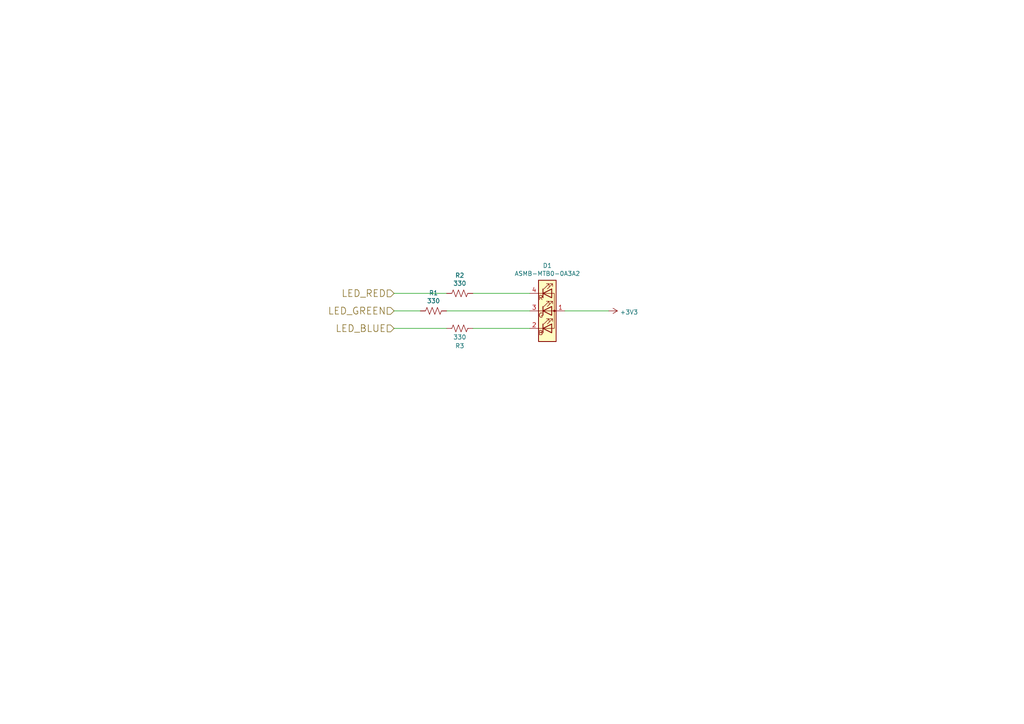
<source format=kicad_sch>
(kicad_sch (version 20211123) (generator eeschema)
  (paper "A4")
  (lib_symbols
    (symbol "Device:R_US" (pin_numbers hide) (pin_names (offset 0))
      (property "Reference" "R" (at 2.54 0 90))
      (property "Value" "R_US" (at -2.54 0 90))
      (symbol "R_US_0_1"
        (polyline (pts (xy 0 -2.286) (xy 0 -2.54)))
        (polyline (pts (xy 0 2.286) (xy 0 2.54)))
        (polyline (pts (xy 0 -0.762) (xy 1.016 -1.143) (xy 0 -1.524) (xy -1.016 -1.905) (xy 0 -2.286)))
        (polyline (pts (xy 0 0.762) (xy 1.016 0.381) (xy 0 0) (xy -1.016 -0.381) (xy 0 -0.762)))
        (polyline (pts (xy 0 2.286) (xy 1.016 1.905) (xy 0 1.524) (xy -1.016 1.143) (xy 0 0.762)))
      )
      (symbol "R_US_1_1"
        (pin passive line (at 0 3.81 270) (length 1.27) (name "~") (number "1"))
        (pin passive line (at 0 -3.81 90) (length 1.27) (name "~") (number "2"))
      )
    )
    (symbol "LED:ASMB-MTB0-0A3A2" (pin_names (offset 0) hide)
      (property "Reference" "D" (at 0 10.16 0))
      (property "Value" "ASMB-MTB0-0A3A2" (at 0 -10.16 0))
      (symbol "ASMB-MTB0-0A3A2_0_0"
        (text "B" (at -1.905 -6.35 0) (effects (font (size 1.27 1.27))))
        (text "G" (at -1.905 -1.27 0) (effects (font (size 1.27 1.27))))
        (text "R" (at -1.905 3.81 0) (effects (font (size 1.27 1.27))))
      )
      (symbol "ASMB-MTB0-0A3A2_0_1"
        (rectangle (start -2.54 -8.89) (end 2.54 8.89) (stroke (width 0.254)) (fill (type background)))
        (polyline (pts (xy -2.54 -5.08) (xy 1.27 -5.08)))
        (polyline (pts (xy -1.27 -3.81) (xy -1.27 -6.35)) (stroke (width 0.254)))
        (polyline (pts (xy -1.27 1.27) (xy -1.27 -1.27)) (stroke (width 0.254)))
        (polyline (pts (xy -1.27 6.35) (xy -1.27 3.81)) (stroke (width 0.254)))
        (polyline (pts (xy 1.27 5.08) (xy -2.54 5.08)))
        (polyline (pts (xy 2.54 0) (xy -2.54 0)))
        (polyline (pts (xy 1.27 -5.08) (xy 2.032 -5.08) (xy 2.032 5.08) (xy 1.27 5.08)))
        (polyline (pts (xy 1.27 -3.81) (xy 1.27 -6.35) (xy -1.27 -5.08) (xy 1.27 -3.81)) (stroke (width 0.254)))
        (polyline (pts (xy 1.27 1.27) (xy 1.27 -1.27) (xy -1.27 0) (xy 1.27 1.27)) (stroke (width 0.254)))
        (polyline (pts (xy 1.27 6.35) (xy 1.27 3.81) (xy -1.27 5.08) (xy 1.27 6.35)) (stroke (width 0.254)))
        (polyline (pts (xy -1.016 -3.81) (xy 0.508 -2.286) (xy -0.254 -2.286) (xy 0.508 -2.286) (xy 0.508 -3.048)))
        (polyline (pts (xy -1.016 1.27) (xy 0.508 2.794) (xy -0.254 2.794) (xy 0.508 2.794) (xy 0.508 2.032)))
        (polyline (pts (xy -1.016 6.35) (xy 0.508 7.874) (xy -0.254 7.874) (xy 0.508 7.874) (xy 0.508 7.112)))
        (polyline (pts (xy 0 -3.81) (xy 1.524 -2.286) (xy 0.762 -2.286) (xy 1.524 -2.286) (xy 1.524 -3.048)))
        (polyline (pts (xy 0 1.27) (xy 1.524 2.794) (xy 0.762 2.794) (xy 1.524 2.794) (xy 1.524 2.032)))
        (polyline (pts (xy 0 6.35) (xy 1.524 7.874) (xy 0.762 7.874) (xy 1.524 7.874) (xy 1.524 7.112)))
        (rectangle (start 1.27 6.35) (end 1.27 6.35))
        (circle (center 2.032 0) (radius 0.254) (fill (type outline)))
      )
      (symbol "ASMB-MTB0-0A3A2_1_1"
        (pin passive line (at 5.08 0 180) (length 2.54) (name "A") (number "1"))
        (pin passive line (at -5.08 -5.08 0) (length 2.54) (name "BK") (number "2"))
        (pin passive line (at -5.08 0 0) (length 2.54) (name "GK") (number "3"))
        (pin passive line (at -5.08 5.08 0) (length 2.54) (name "RK") (number "4"))
      )
    )
    (symbol "power:+3.3V" (power) (pin_names (offset 0))
      (property "Value" "+3.3V" (at 0 3.556 0))
      (symbol "+3.3V_0_1"
        (polyline (pts (xy -0.762 1.27) (xy 0 2.54)))
        (polyline (pts (xy 0 0) (xy 0 2.54)))
        (polyline (pts (xy 0 2.54) (xy 0.762 1.27)))
      )
      (symbol "+3.3V_1_1"
        (pin power_in line (at 0 0 90) (length 0) hide (name "+3V3") (number "1"))
      )
    )
  )
  (wire (pts (xy 163.83 90.17) (xy 176.53 90.17)))
  (wire (pts (xy 129.54 90.17) (xy 153.67 90.17)))
  (wire (pts (xy 153.67 95.25) (xy 137.16 95.25)))
  (wire (pts (xy 114.3 85.09) (xy 129.54 85.09)))
  (wire (pts (xy 153.67 85.09) (xy 137.16 85.09)))
  (wire (pts (xy 114.3 95.25) (xy 129.54 95.25)))
  (wire (pts (xy 114.3 90.17) (xy 121.92 90.17)))
  (hierarchical_label "LED_BLUE" (shape input) (at 114.3 95.25 180) (effects (font (size 2.0066 2.0066))))
  (hierarchical_label "LED_RED" (shape input) (at 114.3 85.09 180) (effects (font (size 2.0066 2.0066))))
  (hierarchical_label "LED_GREEN" (shape input) (at 114.3 90.17 180) (effects (font (size 2.0066 2.0066))))
  (symbol (lib_id "LED:ASMB-MTB0-0A3A2") (at 158.75 90.17 0) (unit 1)
    (property "Reference" "D1" (at 158.75 77.0382 0))
    (property "Value" "ASMB-MTB0-0A3A2" (at 158.75 79.3496 0))
    (property "Footprint" "LED_SMD:LED_Avago_PLCC4_3.2x2.8mm_CW" (effects hide))
    (property "Datasheet" "https://docs.broadcom.com/docs/AV02-4186EN" (effects hide))
  )
  (symbol (lib_id "Device:R_US") (at 133.35 85.09 270) (unit 1)
    (property "Reference" "R2" (at 133.35 79.883 90))
    (property "Value" "330" (at 133.35 82.1944 90))
    (property "Footprint" "Resistor_SMD:R_0603_1608Metric" (effects hide))
  )
  (symbol (lib_id "Device:R_US") (at 125.73 90.17 270) (unit 1)
    (property "Reference" "R1" (at 125.73 84.963 90))
    (property "Value" "330" (at 125.73 87.2744 90))
    (property "Footprint" "Resistor_SMD:R_0603_1608Metric" (effects hide))
  )
  (symbol (lib_id "Device:R_US") (at 133.35 95.25 270) (unit 1)
    (property "Reference" "R3" (at 133.35 100.33 90))
    (property "Value" "330" (at 133.35 97.79 90))
    (property "Footprint" "Resistor_SMD:R_0603_1608Metric" (effects hide))
  )
  (symbol (lib_id "power:+3.3V") (at 176.53 90.17 270) (unit 1)
    (property "Reference" "#PWR01" (effects hide))
    (property "Value" "+3.3V" (at 179.7812 90.551 90) (effects (justify left)))
  )
)
</source>
